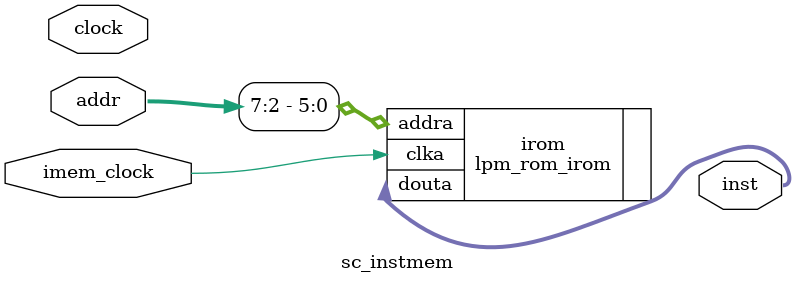
<source format=v>
module sc_instmem (addr,inst,clock,imem_clock);
   input  [31:0] addr;
   input         clock;
   input         imem_clock;
   output [31:0] inst;


//   assign  imem_clk = clock & ( ~ mem_clk );      
   
//   lpm_rom_irom irom (addr[7:2],imem_clk,inst); 
   

lpm_rom_irom irom (
  .clka(imem_clock),    // input wire imem_clk
  .addra(addr[7:2]),  // input wire addr[7 : 2] 
  .douta(inst)  // output wire inst[31 : 0] 
//  .ena(1'b1)
);





endmodule 
</source>
